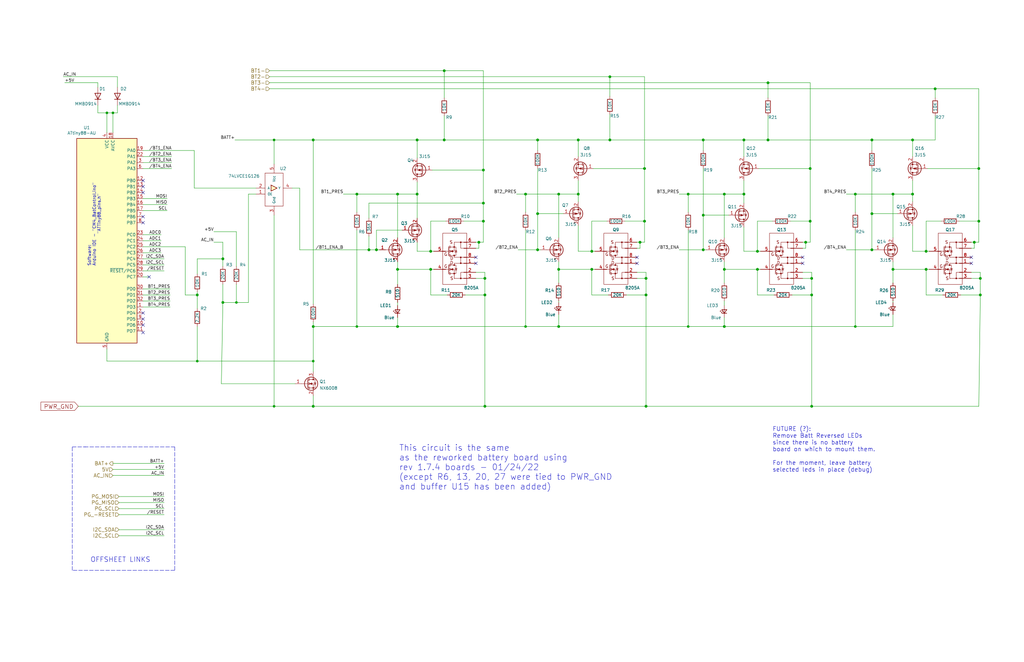
<source format=kicad_sch>
(kicad_sch (version 20211123) (generator eeschema)
  (paper "B")
  (title_block (title "ConnectBox CM4 for China Case") (date "2022-02-17") (rev "1.8.1") (comment 1 "JRA"))
  (junction (at 132.08 171.45) (diameter 1.016))
  (junction (at 93.98 127.635) (diameter 1.016))
  (junction (at 271.78 93.345) (diameter 1.016))
  (junction (at 390.525 106.045) (diameter 1.016))
  (junction (at 272.415 171.45) (diameter 1.016))
  (junction (at 187.325 59.055) (diameter 1.016))
  (junction (at 235.585 81.915) (diameter 1.016))
  (junction (at 313.69 59.055) (diameter 1.016))
  (junction (at 269.875 102.235) (diameter 1.016))
  (junction (at 296.545 105.41) (diameter 1.016))
  (junction (at 257.175 59.055) (diameter 1.016))
  (junction (at 360.68 137.795))
  (junction (at 319.405 106.045) (diameter 1.016))
  (junction (at 412.75 93.345) (diameter 1.016))
  (junction (at 342.265 117.475) (diameter 1.016))
  (junction (at 99.695 127.635))
  (junction (at 323.85 59.055) (diameter 1.016))
  (junction (at 221.615 137.795))
  (junction (at 412.75 71.12) (diameter 1.016))
  (junction (at 203.835 93.345) (diameter 1.016))
  (junction (at 93.98 109.22) (diameter 1.016))
  (junction (at 384.81 59.055) (diameter 1.016))
  (junction (at 272.415 124.46) (diameter 1.016))
  (junction (at 175.895 81.915) (diameter 1.016))
  (junction (at 181.61 113.665) (diameter 1.016))
  (junction (at 155.575 105.41) (diameter 1.016))
  (junction (at 342.265 124.46) (diameter 1.016))
  (junction (at 175.895 59.055) (diameter 1.016))
  (junction (at 226.695 90.17) (diameter 1.016))
  (junction (at 342.265 171.45) (diameter 1.016))
  (junction (at 132.08 152.4))
  (junction (at 305.435 137.795) (diameter 1.016))
  (junction (at 339.725 102.235) (diameter 1.016))
  (junction (at 45.085 47.625))
  (junction (at 158.75 105.41) (diameter 1.016))
  (junction (at 290.195 137.795))
  (junction (at 47.625 47.625))
  (junction (at 235.585 137.795) (diameter 1.016))
  (junction (at 367.665 105.41) (diameter 1.016))
  (junction (at 296.545 59.055) (diameter 1.016))
  (junction (at 305.435 81.915) (diameter 1.016))
  (junction (at 319.405 113.665) (diameter 1.016))
  (junction (at 360.68 81.915) (diameter 1.016))
  (junction (at 83.185 124.46) (diameter 1.016))
  (junction (at 204.47 171.45) (diameter 1.016))
  (junction (at 167.64 137.795) (diameter 1.016))
  (junction (at 341.63 93.345) (diameter 1.016))
  (junction (at 367.665 59.055) (diameter 1.016))
  (junction (at 243.84 59.055) (diameter 1.016))
  (junction (at 323.85 34.925) (diameter 1.016))
  (junction (at 203.835 71.755) (diameter 1.016))
  (junction (at 296.545 90.805) (diameter 1.016))
  (junction (at 305.435 113.665) (diameter 1.016))
  (junction (at 226.695 59.055) (diameter 1.016))
  (junction (at 203.835 85.725) (diameter 1.016))
  (junction (at 384.81 81.915) (diameter 1.016))
  (junction (at 167.64 113.665) (diameter 1.016))
  (junction (at 257.175 32.385) (diameter 1.016))
  (junction (at 271.78 71.12) (diameter 1.016))
  (junction (at 181.61 106.045) (diameter 1.016))
  (junction (at 376.555 81.915) (diameter 1.016))
  (junction (at 115.57 171.45))
  (junction (at 150.495 81.915) (diameter 1.016))
  (junction (at 132.08 137.795) (diameter 1.016))
  (junction (at 390.525 113.665) (diameter 1.016))
  (junction (at 249.555 113.665) (diameter 1.016))
  (junction (at 341.63 71.12) (diameter 1.016))
  (junction (at 132.08 59.055) (diameter 1.016))
  (junction (at 201.93 102.235) (diameter 1.016))
  (junction (at 83.185 152.4))
  (junction (at 413.385 124.46) (diameter 1.016))
  (junction (at 187.325 29.845) (diameter 1.016))
  (junction (at 376.555 113.665) (diameter 1.016))
  (junction (at 243.84 81.915) (diameter 1.016))
  (junction (at 235.585 113.665) (diameter 1.016))
  (junction (at 272.415 117.475) (diameter 1.016))
  (junction (at 115.57 59.055))
  (junction (at 367.665 90.17) (diameter 1.016))
  (junction (at 290.195 81.915) (diameter 1.016))
  (junction (at 167.64 81.915) (diameter 1.016))
  (junction (at 226.695 105.41) (diameter 1.016))
  (junction (at 394.335 37.465) (diameter 1.016))
  (junction (at 410.845 102.235) (diameter 1.016))
  (junction (at 150.495 137.795))
  (junction (at 204.47 117.475) (diameter 1.016))
  (junction (at 313.69 81.915) (diameter 1.016))
  (junction (at 413.385 117.475) (diameter 1.016))
  (junction (at 221.615 81.915) (diameter 1.016))
  (junction (at 249.555 106.045) (diameter 1.016))
  (junction (at 204.47 124.46) (diameter 1.016))
  (no_connect (at 200.66 111.125))
  (no_connect (at 60.325 140.335))
  (no_connect (at 200.66 108.585))
  (no_connect (at 409.575 111.125))
  (no_connect (at 268.605 111.125))
  (no_connect (at 60.325 137.16))
  (no_connect (at 409.575 108.585))
  (no_connect (at 338.455 108.585))
  (no_connect (at 60.325 78.74))
  (no_connect (at 60.325 91.44))
  (no_connect (at 60.325 76.2))
  (no_connect (at 268.605 108.585))
  (no_connect (at 338.455 111.125))
  (no_connect (at 62.865 116.84))
  (no_connect (at 60.325 81.28))
  (no_connect (at 60.325 134.62))
  (no_connect (at 60.325 93.98))
  (no_connect (at 60.325 132.08))
  (wire (pts (xy 99.695 127.635) (xy 104.775 127.635)))
  (wire (pts (xy 60.325 99.06) (xy 67.945 99.06)))
  (wire (pts (xy 175.895 76.835) (xy 175.895 81.915)))
  (polyline (pts (xy 73.66 240.665) (xy 30.48 240.665)) (stroke (width 0) (type dash)))
  (wire (pts (xy 132.08 152.4) (xy 132.08 156.845)))
  (wire (pts (xy 60.325 101.6) (xy 67.945 101.6)))
  (wire (pts (xy 413.385 114.935) (xy 413.385 117.475)))
  (wire (pts (xy 60.325 127) (xy 71.755 127)))
  (wire (pts (xy 155.575 105.41) (xy 158.75 105.41)))
  (wire (pts (xy 376.555 110.49) (xy 376.555 113.665)))
  (wire (pts (xy 305.435 113.665) (xy 305.435 119.38)))
  (wire (pts (xy 167.64 81.915) (xy 175.895 81.915)))
  (wire (pts (xy 93.345 161.925) (xy 93.98 127.635)))
  (wire (pts (xy 123.19 79.375) (xy 126.365 79.375)))
  (wire (pts (xy 155.575 85.725) (xy 203.835 85.725)))
  (wire (pts (xy 155.575 92.075) (xy 155.575 85.725)))
  (wire (pts (xy 83.185 109.22) (xy 93.98 109.22)))
  (wire (pts (xy 268.605 114.935) (xy 272.415 114.935)))
  (wire (pts (xy 167.64 110.49) (xy 167.64 113.665)))
  (wire (pts (xy 62.865 116.84) (xy 60.325 116.84)))
  (wire (pts (xy 83.185 137.795) (xy 83.185 152.4)))
  (wire (pts (xy 333.375 93.345) (xy 341.63 93.345)))
  (wire (pts (xy 175.895 106.045) (xy 181.61 106.045)))
  (wire (pts (xy 341.63 93.345) (xy 341.63 102.235)))
  (wire (pts (xy 338.455 102.235) (xy 339.725 102.235)))
  (wire (pts (xy 338.455 104.775) (xy 339.725 104.775)))
  (wire (pts (xy 338.455 117.475) (xy 342.265 117.475)))
  (wire (pts (xy 132.08 167.005) (xy 132.08 171.45)))
  (wire (pts (xy 235.585 81.915) (xy 235.585 100.33)))
  (wire (pts (xy 391.16 71.12) (xy 412.75 71.12)))
  (wire (pts (xy 413.385 117.475) (xy 413.385 124.46)))
  (wire (pts (xy 60.325 114.3) (xy 69.215 114.3)))
  (wire (pts (xy 296.545 59.055) (xy 296.545 63.5)))
  (wire (pts (xy 150.495 81.915) (xy 150.495 89.535)))
  (wire (pts (xy 221.615 137.795) (xy 235.585 137.795)))
  (wire (pts (xy 45.085 152.4) (xy 83.185 152.4)))
  (wire (pts (xy 356.87 105.41) (xy 367.665 105.41)))
  (wire (pts (xy 60.325 86.36) (xy 70.485 86.36)))
  (wire (pts (xy 113.665 34.925) (xy 323.85 34.925)))
  (wire (pts (xy 323.85 34.925) (xy 341.63 34.925)))
  (wire (pts (xy 341.63 34.925) (xy 341.63 71.12)))
  (wire (pts (xy 249.555 106.045) (xy 250.825 106.045)))
  (wire (pts (xy 235.585 127) (xy 235.585 127.635)))
  (wire (pts (xy 50.165 212.09) (xy 69.215 212.09)))
  (wire (pts (xy 27.305 34.925) (xy 41.275 34.925)))
  (wire (pts (xy 226.695 71.12) (xy 226.695 90.17)))
  (wire (pts (xy 60.325 106.68) (xy 67.945 106.68)))
  (wire (pts (xy 360.68 81.915) (xy 376.555 81.915)))
  (wire (pts (xy 305.435 81.915) (xy 313.69 81.915)))
  (wire (pts (xy 50.165 223.52) (xy 69.215 223.52)))
  (wire (pts (xy 243.84 106.045) (xy 249.555 106.045)))
  (wire (pts (xy 290.195 137.795) (xy 305.435 137.795)))
  (wire (pts (xy 413.385 124.46) (xy 412.75 171.45)))
  (wire (pts (xy 83.185 109.22) (xy 83.185 115.57)))
  (wire (pts (xy 226.695 90.17) (xy 226.695 105.41)))
  (wire (pts (xy 305.435 81.915) (xy 305.435 100.33)))
  (wire (pts (xy 132.08 59.055) (xy 132.08 128.27)))
  (wire (pts (xy 412.75 37.465) (xy 412.75 71.12)))
  (wire (pts (xy 412.75 71.12) (xy 412.75 93.345)))
  (wire (pts (xy 60.325 63.5) (xy 81.915 63.5)))
  (wire (pts (xy 226.695 105.41) (xy 227.965 105.41)))
  (wire (pts (xy 367.665 59.055) (xy 384.81 59.055)))
  (wire (pts (xy 45.085 47.625) (xy 47.625 47.625)))
  (wire (pts (xy 367.665 71.12) (xy 367.665 90.17)))
  (wire (pts (xy 367.665 90.17) (xy 367.665 105.41)))
  (wire (pts (xy 200.66 114.935) (xy 204.47 114.935)))
  (wire (pts (xy 90.17 97.79) (xy 99.695 97.79)))
  (wire (pts (xy 319.405 93.345) (xy 319.405 106.045)))
  (wire (pts (xy 45.085 147.32) (xy 45.085 152.4)))
  (wire (pts (xy 272.415 124.46) (xy 272.415 171.45)))
  (wire (pts (xy 226.695 90.17) (xy 237.49 90.17)))
  (wire (pts (xy 290.195 97.155) (xy 290.195 137.795)))
  (wire (pts (xy 409.575 117.475) (xy 413.385 117.475)))
  (wire (pts (xy 47.625 47.625) (xy 47.625 55.88)))
  (wire (pts (xy 268.605 102.235) (xy 269.875 102.235)))
  (wire (pts (xy 60.325 111.76) (xy 69.215 111.76)))
  (wire (pts (xy 256.54 124.46) (xy 249.555 124.46)))
  (wire (pts (xy 319.405 113.665) (xy 320.675 113.665)))
  (wire (pts (xy 296.545 105.41) (xy 297.815 105.41)))
  (wire (pts (xy 187.325 48.895) (xy 187.325 59.055)))
  (wire (pts (xy 175.895 81.915) (xy 175.895 92.075)))
  (wire (pts (xy 50.165 209.55) (xy 69.215 209.55)))
  (wire (pts (xy 272.415 117.475) (xy 272.415 124.46)))
  (wire (pts (xy 60.325 104.14) (xy 78.105 104.14)))
  (wire (pts (xy 341.63 71.12) (xy 341.63 93.345)))
  (wire (pts (xy 60.325 129.54) (xy 71.755 129.54)))
  (wire (pts (xy 181.61 124.46) (xy 181.61 113.665)))
  (wire (pts (xy 338.455 114.935) (xy 342.265 114.935)))
  (wire (pts (xy 409.575 102.235) (xy 410.845 102.235)))
  (wire (pts (xy 235.585 110.49) (xy 235.585 113.665)))
  (wire (pts (xy 195.58 93.345) (xy 203.835 93.345)))
  (wire (pts (xy 360.68 81.915) (xy 360.68 89.535)))
  (wire (pts (xy 226.695 59.055) (xy 243.84 59.055)))
  (wire (pts (xy 243.84 59.055) (xy 243.84 66.04)))
  (wire (pts (xy 60.325 66.04) (xy 72.39 66.04)))
  (wire (pts (xy 226.695 59.055) (xy 226.695 63.5)))
  (wire (pts (xy 376.555 113.665) (xy 390.525 113.665)))
  (wire (pts (xy 305.435 137.795) (xy 360.68 137.795)))
  (wire (pts (xy 313.69 76.2) (xy 313.69 81.915)))
  (wire (pts (xy 313.69 81.915) (xy 313.69 85.725)))
  (wire (pts (xy 49.53 36.83) (xy 49.53 32.385)))
  (wire (pts (xy 384.81 76.2) (xy 384.81 81.915)))
  (wire (pts (xy 26.67 32.385) (xy 49.53 32.385)))
  (wire (pts (xy 47.625 200.66) (xy 69.215 200.66)))
  (wire (pts (xy 384.81 59.055) (xy 384.81 66.04)))
  (wire (pts (xy 290.195 81.915) (xy 305.435 81.915)))
  (wire (pts (xy 235.585 137.795) (xy 290.195 137.795)))
  (wire (pts (xy 60.325 88.9) (xy 70.485 88.9)))
  (wire (pts (xy 250.19 71.12) (xy 271.78 71.12)))
  (wire (pts (xy 113.665 37.465) (xy 394.335 37.465)))
  (wire (pts (xy 394.335 37.465) (xy 412.75 37.465)))
  (wire (pts (xy 412.75 102.235) (xy 410.845 102.235)))
  (wire (pts (xy 104.775 81.915) (xy 104.775 127.635)))
  (wire (pts (xy 243.84 59.055) (xy 257.175 59.055)))
  (wire (pts (xy 257.175 59.055) (xy 296.545 59.055)))
  (wire (pts (xy 249.555 124.46) (xy 249.555 113.665)))
  (wire (pts (xy 113.665 32.385) (xy 257.175 32.385)))
  (wire (pts (xy 257.175 32.385) (xy 271.78 32.385)))
  (wire (pts (xy 271.78 71.12) (xy 271.78 32.385)))
  (wire (pts (xy 390.525 93.345) (xy 390.525 106.045)))
  (wire (pts (xy 155.575 99.695) (xy 155.575 105.41)))
  (wire (pts (xy 313.69 59.055) (xy 323.85 59.055)))
  (wire (pts (xy 323.85 59.055) (xy 367.665 59.055)))
  (wire (pts (xy 33.02 171.45) (xy 115.57 171.45)))
  (wire (pts (xy 47.625 198.12) (xy 69.215 198.12)))
  (wire (pts (xy 394.335 48.895) (xy 394.335 59.055)))
  (wire (pts (xy 150.495 81.915) (xy 167.64 81.915)))
  (wire (pts (xy 394.335 59.055) (xy 384.81 59.055)))
  (wire (pts (xy 305.435 127) (xy 305.435 128.905)))
  (wire (pts (xy 78.105 104.14) (xy 78.105 124.46)))
  (wire (pts (xy 167.64 113.665) (xy 181.61 113.665)))
  (wire (pts (xy 290.195 81.915) (xy 290.195 89.535)))
  (wire (pts (xy 255.905 93.345) (xy 249.555 93.345)))
  (wire (pts (xy 187.325 29.845) (xy 187.325 41.275)))
  (wire (pts (xy 313.69 95.885) (xy 313.69 106.045)))
  (wire (pts (xy 167.64 127.635) (xy 167.64 128.905)))
  (wire (pts (xy 356.87 81.915) (xy 360.68 81.915)))
  (wire (pts (xy 412.75 93.345) (xy 412.75 102.235)))
  (wire (pts (xy 60.325 124.46) (xy 71.755 124.46)))
  (wire (pts (xy 200.66 117.475) (xy 204.47 117.475)))
  (wire (pts (xy 175.895 102.235) (xy 175.895 106.045)))
  (wire (pts (xy 269.875 102.235) (xy 269.875 104.775)))
  (wire (pts (xy 60.325 109.22) (xy 69.215 109.22)))
  (wire (pts (xy 263.525 93.345) (xy 271.78 93.345)))
  (wire (pts (xy 376.555 81.915) (xy 384.81 81.915)))
  (wire (pts (xy 326.39 124.46) (xy 319.405 124.46)))
  (wire (pts (xy 319.405 124.46) (xy 319.405 113.665)))
  (wire (pts (xy 188.595 124.46) (xy 181.61 124.46)))
  (wire (pts (xy 144.78 81.915) (xy 150.495 81.915)))
  (wire (pts (xy 93.98 127.635) (xy 99.695 127.635)))
  (wire (pts (xy 390.525 106.045) (xy 391.795 106.045)))
  (wire (pts (xy 394.335 37.465) (xy 394.335 41.275)))
  (wire (pts (xy 99.06 59.055) (xy 115.57 59.055)))
  (wire (pts (xy 132.08 59.055) (xy 175.895 59.055)))
  (wire (pts (xy 409.575 114.935) (xy 413.385 114.935)))
  (wire (pts (xy 115.57 90.805) (xy 115.57 171.45)))
  (wire (pts (xy 158.75 97.155) (xy 158.75 105.41)))
  (wire (pts (xy 271.78 93.345) (xy 271.78 102.235)))
  (polyline (pts (xy 30.48 188.595) (xy 36.195 188.595)) (stroke (width 0) (type dash)))
  (wire (pts (xy 271.78 102.235) (xy 269.875 102.235)))
  (wire (pts (xy 243.84 81.915) (xy 235.585 81.915)))
  (wire (pts (xy 243.84 85.09) (xy 243.84 81.915)))
  (wire (pts (xy 286.385 81.915) (xy 290.195 81.915)))
  (wire (pts (xy 115.57 59.055) (xy 115.57 69.215)))
  (wire (pts (xy 132.08 171.45) (xy 115.57 171.45)))
  (wire (pts (xy 264.16 124.46) (xy 272.415 124.46)))
  (wire (pts (xy 360.68 97.155) (xy 360.68 137.795)))
  (wire (pts (xy 249.555 93.345) (xy 249.555 106.045)))
  (wire (pts (xy 221.615 81.915) (xy 235.585 81.915)))
  (wire (pts (xy 203.835 93.345) (xy 203.835 102.235)))
  (wire (pts (xy 342.265 171.45) (xy 412.75 171.45)))
  (polyline (pts (xy 35.56 188.595) (xy 73.66 188.595)) (stroke (width 0) (type dash)))
  (wire (pts (xy 405.13 124.46) (xy 413.385 124.46)))
  (wire (pts (xy 204.47 171.45) (xy 272.415 171.45)))
  (wire (pts (xy 376.555 81.915) (xy 376.555 100.33)))
  (wire (pts (xy 107.95 81.915) (xy 104.775 81.915)))
  (wire (pts (xy 126.365 105.41) (xy 155.575 105.41)))
  (wire (pts (xy 90.17 102.235) (xy 93.98 102.235)))
  (wire (pts (xy 93.98 102.235) (xy 93.98 109.22)))
  (wire (pts (xy 93.98 109.22) (xy 93.98 112.395)))
  (wire (pts (xy 271.78 71.12) (xy 271.78 93.345)))
  (wire (pts (xy 132.08 171.45) (xy 204.47 171.45)))
  (wire (pts (xy 175.895 59.055) (xy 175.895 66.675)))
  (wire (pts (xy 272.415 171.45) (xy 342.265 171.45)))
  (wire (pts (xy 181.61 93.345) (xy 181.61 106.045)))
  (wire (pts (xy 50.165 217.17) (xy 69.215 217.17)))
  (wire (pts (xy 83.185 124.46) (xy 83.185 130.175)))
  (wire (pts (xy 203.835 71.755) (xy 203.835 85.725)))
  (wire (pts (xy 203.835 85.725) (xy 203.835 93.345)))
  (wire (pts (xy 286.385 105.41) (xy 296.545 105.41)))
  (wire (pts (xy 376.555 127) (xy 376.555 127.635)))
  (wire (pts (xy 50.165 214.63) (xy 69.215 214.63)))
  (wire (pts (xy 47.625 195.58) (xy 69.215 195.58)))
  (wire (pts (xy 132.08 137.795) (xy 150.495 137.795)))
  (wire (pts (xy 167.64 133.985) (xy 167.64 137.795)))
  (wire (pts (xy 313.69 59.055) (xy 313.69 66.04)))
  (wire (pts (xy 60.325 68.58) (xy 72.39 68.58)))
  (wire (pts (xy 257.175 32.385) (xy 257.175 40.64)))
  (wire (pts (xy 204.47 114.935) (xy 204.47 117.475)))
  (wire (pts (xy 60.325 83.82) (xy 70.485 83.82)))
  (wire (pts (xy 167.64 113.665) (xy 167.64 120.015)))
  (wire (pts (xy 158.75 105.41) (xy 160.02 105.41)))
  (wire (pts (xy 339.725 102.235) (xy 339.725 104.775)))
  (wire (pts (xy 323.85 34.925) (xy 323.85 41.275)))
  (wire (pts (xy 376.555 132.715) (xy 376.555 137.795)))
  (wire (pts (xy 221.615 81.915) (xy 221.615 89.535)))
  (wire (pts (xy 50.165 226.06) (xy 69.215 226.06)))
  (wire (pts (xy 60.325 121.92) (xy 71.755 121.92)))
  (wire (pts (xy 47.625 47.625) (xy 49.53 47.625)))
  (wire (pts (xy 384.81 95.25) (xy 384.81 106.045)))
  (wire (pts (xy 342.265 124.46) (xy 342.265 171.45)))
  (wire (pts (xy 181.61 106.045) (xy 182.88 106.045)))
  (wire (pts (xy 384.81 81.915) (xy 384.81 85.09)))
  (wire (pts (xy 404.495 93.345) (xy 412.75 93.345)))
  (wire (pts (xy 45.085 47.625) (xy 45.085 55.88)))
  (wire (pts (xy 396.875 93.345) (xy 390.525 93.345)))
  (wire (pts (xy 268.605 104.775) (xy 269.875 104.775)))
  (wire (pts (xy 99.695 97.79) (xy 99.695 112.395)))
  (wire (pts (xy 115.57 59.055) (xy 132.08 59.055)))
  (wire (pts (xy 221.615 97.155) (xy 221.615 137.795)))
  (wire (pts (xy 409.575 104.775) (xy 410.845 104.775)))
  (wire (pts (xy 60.325 71.12) (xy 72.39 71.12)))
  (wire (pts (xy 268.605 117.475) (xy 272.415 117.475)))
  (wire (pts (xy 93.98 120.015) (xy 93.98 127.635)))
  (wire (pts (xy 99.695 127.635) (xy 99.695 120.015)))
  (wire (pts (xy 175.895 59.055) (xy 187.325 59.055)))
  (wire (pts (xy 187.325 59.055) (xy 226.695 59.055)))
  (wire (pts (xy 296.545 90.805) (xy 307.34 90.805)))
  (wire (pts (xy 342.265 117.475) (xy 342.265 124.46)))
  (wire (pts (xy 342.265 114.935) (xy 342.265 117.475)))
  (wire (pts (xy 49.53 44.45) (xy 49.53 47.625)))
  (wire (pts (xy 113.665 29.845) (xy 187.325 29.845)))
  (wire (pts (xy 187.325 29.845) (xy 203.835 29.845)))
  (wire (pts (xy 203.835 29.845) (xy 203.835 71.755)))
  (wire (pts (xy 204.47 124.46) (xy 204.47 171.45)))
  (wire (pts (xy 41.275 36.83) (xy 41.275 34.925)))
  (wire (pts (xy 187.96 93.345) (xy 181.61 93.345)))
  (wire (pts (xy 181.61 113.665) (xy 182.88 113.665)))
  (wire (pts (xy 217.805 81.915) (xy 221.615 81.915)))
  (wire (pts (xy 83.185 152.4) (xy 132.08 152.4)))
  (wire (pts (xy 126.365 79.375) (xy 126.365 105.41)))
  (wire (pts (xy 305.435 110.49) (xy 305.435 113.665)))
  (wire (pts (xy 319.405 106.045) (xy 320.675 106.045)))
  (wire (pts (xy 341.63 102.235) (xy 339.725 102.235)))
  (wire (pts (xy 243.84 95.25) (xy 243.84 106.045)))
  (wire (pts (xy 397.51 124.46) (xy 390.525 124.46)))
  (wire (pts (xy 390.525 124.46) (xy 390.525 113.665)))
  (wire (pts (xy 367.665 105.41) (xy 368.935 105.41)))
  (wire (pts (xy 235.585 113.665) (xy 249.555 113.665)))
  (wire (pts (xy 218.44 105.41) (xy 226.695 105.41)))
  (wire (pts (xy 81.915 79.375) (xy 107.95 79.375)))
  (wire (pts (xy 410.845 102.235) (xy 410.845 104.775)))
  (wire (pts (xy 320.04 71.12) (xy 341.63 71.12)))
  (wire (pts (xy 249.555 113.665) (xy 250.825 113.665)))
  (wire (pts (xy 235.585 113.665) (xy 235.585 119.38)))
  (wire (pts (xy 296.545 59.055) (xy 313.69 59.055)))
  (wire (pts (xy 305.435 133.985) (xy 305.435 137.795)))
  (wire (pts (xy 41.275 47.625) (xy 45.085 47.625)))
  (wire (pts (xy 150.495 137.795) (xy 167.64 137.795)))
  (wire (pts (xy 313.69 106.045) (xy 319.405 106.045)))
  (wire (pts (xy 93.345 161.925) (xy 124.46 161.925)))
  (wire (pts (xy 200.66 102.235) (xy 201.93 102.235)))
  (wire (pts (xy 376.555 113.665) (xy 376.555 119.38)))
  (wire (pts (xy 182.245 71.755) (xy 203.835 71.755)))
  (wire (pts (xy 196.215 124.46) (xy 204.47 124.46)))
  (wire (pts (xy 325.755 93.345) (xy 319.405 93.345)))
  (wire (pts (xy 360.68 137.795) (xy 376.555 137.795)))
  (wire (pts (xy 367.665 59.055) (xy 367.665 63.5)))
  (wire (pts (xy 257.175 48.26) (xy 257.175 59.055)))
  (wire (pts (xy 167.64 81.915) (xy 167.64 100.33)))
  (wire (pts (xy 201.93 102.235) (xy 201.93 104.775)))
  (wire (pts (xy 204.47 117.475) (xy 204.47 124.46)))
  (wire (pts (xy 41.275 44.45) (xy 41.275 47.625)))
  (wire (pts (xy 150.495 97.155) (xy 150.495 137.795)))
  (wire (pts (xy 323.85 48.895) (xy 323.85 59.055)))
  (wire (pts (xy 81.915 63.5) (xy 81.915 79.375)))
  (wire (pts (xy 200.66 104.775) (xy 201.93 104.775)))
  (wire (pts (xy 296.545 71.12) (xy 296.545 90.805)))
  (wire (pts (xy 296.545 90.805) (xy 296.545 105.41)))
  (wire (pts (xy 83.185 124.46) (xy 78.105 124.46)))
  (wire (pts (xy 272.415 114.935) (xy 272.415 117.475)))
  (polyline (pts (xy 73.66 188.595) (xy 73.66 240.665)) (stroke (width 0) (type dash)))
  (wire (pts (xy 203.835 102.235) (xy 201.93 102.235)))
  (wire (pts (xy 158.75 97.155) (xy 169.545 97.155)))
  (polyline (pts (xy 30.48 240.665) (xy 30.48 188.595)) (stroke (width 0) (type dash)))
  (wire (pts (xy 305.435 113.665) (xy 319.405 113.665)))
  (wire (pts (xy 167.64 137.795) (xy 221.615 137.795)))
  (wire (pts (xy 235.585 132.715) (xy 235.585 137.795)))
  (wire (pts (xy 384.81 106.045) (xy 390.525 106.045)))
  (wire (pts (xy 83.185 123.19) (xy 83.185 124.46)))
  (wire (pts (xy 367.665 90.17) (xy 378.46 90.17)))
  (wire (pts (xy 390.525 113.665) (xy 391.795 113.665)))
  (wire (pts (xy 334.01 124.46) (xy 342.265 124.46)))
  (wire (pts (xy 132.08 135.89) (xy 132.08 137.795)))
  (wire (pts (xy 132.08 137.795) (xy 132.08 152.4)))
  (wire (pts (xy 243.84 76.2) (xy 243.84 81.915)))
  (text "This circuit is the same\nas the reworked battery board using\nrev 1.7.4 boards - 01/24/22\n(except R6, 13, 20, 27 were tied to PWR_GND\nand buffer U15 has been added)" (at 168.275 207.01 0) (effects (font (size 2.54 2.54)) (justify left bottom)))
  (text "FUTURE (?):\nRemove Batt Reversed LEDs\nsince there is no battery\nboard on which to mount them.\n\nFor the moment, leave battery\nselected leds in place (debug)" (at 325.755 199.39 0) (effects (font (size 1.778 1.778)) (justify left bottom)))
  (text "Software:\nArduino IDE - \"CM4_BatControl.ino\"\n              \"ATTiny88_pins.h\"" (at 42.545 112.395 90) (effects (font (size 1.27 1.27)) (justify left bottom)))
  (text "OFFSHEET LINKS" (at 38.1 237.49 0) (effects (font (size 2.032 2.032)) (justify left bottom)))
  (label "BT1_PRES" (at 144.78 81.915 180))
  (label "{slash}BT4_ENA" (at 72.39 71.12 180))
  (label "ADC3" (at 67.945 106.68 180))
  (label "{slash}RESET" (at 69.215 114.3 180))
  (label "ADC1" (at 67.945 101.6 180))
  (label "BT3_PRES" (at 286.385 81.915 180))
  (label "BATT+" (at 99.06 59.055 180))
  (label "{slash}BT1_ENA" (at 72.39 63.5 180))
  (label "SCL" (at 69.215 214.63 180))
  (label "MISO" (at 70.485 86.36 180))
  (label "ADC0" (at 67.945 99.06 180))
  (label "{slash}BT4_ENA" (at 356.87 105.41 180))
  (label "{slash}BT1_ENA_B" (at 144.78 105.41 180))
  (label "{slash}BT2_ENA" (at 218.44 105.41 180))
  (label "I2C_SCL" (at 69.215 111.76 180))
  (label "{slash}BT3_ENA" (at 72.39 68.58 180))
  (label "AC_IN" (at 90.17 102.235 180))
  (label "SCL" (at 70.485 88.9 180))
  (label "BT1_PRES" (at 71.755 121.92 180))
  (label "{slash}BT3_ENA" (at 286.385 105.41 180))
  (label "AC_IN" (at 26.67 32.385 0))
  (label "BATT+" (at 69.215 195.58 180))
  (label "{slash}BT2_ENA" (at 72.39 66.04 180))
  (label "+5V" (at 69.215 198.12 180))
  (label "AC_IN" (at 69.215 200.66 180))
  (label "MOSI" (at 69.215 209.55 180))
  (label "MOSI" (at 70.485 83.82 180))
  (label "BT4_PRES" (at 356.87 81.915 180))
  (label "I2C_SCL" (at 69.215 226.06 180))
  (label "ADC2" (at 67.945 104.14 180))
  (label "MISO" (at 69.215 212.09 180))
  (label "{slash}RESET" (at 69.215 217.17 180))
  (label "BT3_PRES" (at 71.755 127 180))
  (label "BT4_PRES" (at 71.755 129.54 180))
  (label "BT2_PRES" (at 71.755 124.46 180))
  (label "I2C_SDA" (at 69.215 223.52 180))
  (label "I2C_SDA" (at 69.215 109.22 180))
  (label "BT2_PRES" (at 217.805 81.915 180))
  (label "+5V" (at 90.17 97.79 180))
  (label "+5V" (at 27.305 34.925 0))
  (global_label "PWR_GND" (shape input) (at 33.02 171.45 180) (effects (font (size 1.778 1.778))) (property "Intersheet References" "${INTERSHEET_REFS}" (effects hide)))
  (hierarchical_label "BT1-" (shape input) (at 113.665 29.845 180) (effects (font (size 1.524 1.524))))
  (hierarchical_label "PG_MISO" (shape input) (at 50.165 212.09 180) (effects (font (size 1.524 1.524))))
  (hierarchical_label "PG_MOSI" (shape input) (at 50.165 209.55 180) (effects (font (size 1.524 1.524))))
  (hierarchical_label "PG_SCL" (shape input) (at 50.165 214.63 180) (effects (font (size 1.524 1.524))))
  (hierarchical_label "AC_IN" (shape input) (at 47.625 200.66 180) (effects (font (size 1.524 1.524))))
  (hierarchical_label "BAT+" (shape output) (at 47.625 195.58 180) (effects (font (size 1.524 1.524))))
  (hierarchical_label "BT3-" (shape input) (at 113.665 34.925 180) (effects (font (size 1.524 1.524))))
  (hierarchical_label "PG_-RESET" (shape input) (at 50.165 217.17 180) (effects (font (size 1.524 1.524))))
  (hierarchical_label "BT4-" (shape input) (at 113.665 37.465 180) (effects (font (size 1.524 1.524))))
  (hierarchical_label "5V" (shape input) (at 47.625 198.12 180) (effects (font (size 1.524 1.524))))
  (hierarchical_label "I2C_SDA" (shape input) (at 50.165 223.52 180) (effects (font (size 1.524 1.524))))
  (hierarchical_label "I2C_SCL" (shape input) (at 50.165 226.06 180) (effects (font (size 1.524 1.524))))
  (hierarchical_label "BT2-" (shape input) (at 113.665 32.385 180) (effects (font (size 1.524 1.524))))
  (symbol (lib_name "8205AV_1") (lib_id "Custom_1:8205AV") (at 403.225 111.125 0) (mirror y) (unit 1)
    (property "Reference" "Q17" (at 400.685 96.9476 0))
    (property "Value" "8205A" (at 407.67 121.4713 0))
    (property "Footprint" "Package_SO:TSSOP-8_4.4x3mm_P0.65mm" (effects hide))
    (property "Datasheet" "https://html.alldatasheet.com/html-pdf/1152898/KIA/8205A/60/1/8205A.html" (effects hide))
  )
  (symbol (lib_id "CustomComponents:Q_PMOS_GSD") (at 316.23 71.12 180) (unit 1)
    (property "Reference" "Q12" (at 318.643 62.5915 0) (effects (justify left)))
    (property "Value" "3J15" (at 319.278 65.3666 0) (effects (justify left)))
    (property "Footprint" "Package_TO_SOT_SMD:SOT-323_SC-70" (effects hide))
    (property "Manufacturer P/N" "SSM3J15FU,LF" (effects hide))
    (property "DigiKey P/N" "SSM3J15FULFCT-ND" (effects hide))
    (property "Manufacturer" "Toshiba" (effects hide))
    (property "Description" "P-Channel 30 V 100mA (Ta) 150mW (Ta) Surface Mount USM" (effects hide))
  )
  (symbol (lib_name "8205AV_1") (lib_id "Custom_1:8205AV") (at 332.105 111.125 0) (mirror y) (unit 1)
    (property "Reference" "Q13" (at 329.565 96.9476 0))
    (property "Value" "8205A" (at 336.55 121.4713 0))
    (property "Footprint" "Package_SO:TSSOP-8_4.4x3mm_P0.65mm" (effects hide))
    (property "Datasheet" "https://html.alldatasheet.com/html-pdf/1152898/KIA/8205A/60/1/8205A.html" (effects hide))
  )
  (symbol (lib_name "8205AV_1") (lib_id "Custom_1:8205AV") (at 194.31 111.125 0) (mirror y) (unit 1)
    (property "Reference" "Q5" (at 191.77 96.9476 0))
    (property "Value" "8205A" (at 198.755 121.4713 0))
    (property "Footprint" "Package_SO:TSSOP-8_4.4x3mm_P0.65mm" (effects hide))
    (property "Datasheet" "https://html.alldatasheet.com/html-pdf/1152898/KIA/8205A/60/1/8205A.html" (effects hide))
  )
  (symbol (lib_id "Device:R") (at 226.695 67.31 0) (unit 1)
    (property "Reference" "R13" (at 228.727 71.755 0))
    (property "Value" "100K" (at 226.695 67.31 90))
    (property "Footprint" "Resistor_SMD:R_0603_1608Metric" (effects hide))
    (property "Manufacturer" "Yageo" (effects hide))
    (property "Manufacturer P/N" "RC0603FR-07100KL" (effects hide))
    (property "Description" "RES SMD 100K OHM 1% 1/8W 0603" (effects hide))
    (property "DigiKey P/N" "311-100KHRCT-ND" (effects hide))
    (property "Type" "SMD" (effects hide))
  )
  (symbol (lib_id "Device:R") (at 394.335 45.085 0) (unit 1)
    (property "Reference" "R27" (at 396.367 49.53 0))
    (property "Value" "10K" (at 394.335 45.085 90))
    (property "Footprint" "Resistor_SMD:R_0603_1608Metric" (effects hide))
    (property "Manufacturer" "Yageo" (effects hide))
    (property "Manufacturer P/N" "RC0603FR-0710KL" (effects hide))
    (property "Description" "RES SMD 10K OHM 1% 1/8W 0603" (effects hide))
    (property "DigiKey P/N" "311-10KHRCT-ND" (effects hide))
    (property "Type" "SMD" (effects hide))
  )
  (symbol (lib_id "CustomComponents:Q_PMOS_GSD") (at 311.15 90.805 0) (mirror x) (unit 1)
    (property "Reference" "Q11" (at 306.832 87.2685 0) (effects (justify left)))
    (property "Value" "3J15" (at 308.102 95.2884 0) (effects (justify left)))
    (property "Footprint" "Package_TO_SOT_SMD:SOT-323_SC-70" (effects hide))
    (property "Manufacturer P/N" "SSM3J15FU,LF" (effects hide))
    (property "DigiKey P/N" "SSM3J15FULFCT-ND" (effects hide))
    (property "Manufacturer" "Toshiba" (effects hide))
    (property "Description" "P-Channel 30 V 100mA (Ta) 150mW (Ta) Surface Mount USM" (effects hide))
  )
  (symbol (lib_id "Device:R") (at 305.435 123.19 0) (unit 1)
    (property "Reference" "R20" (at 301.625 122.555 0))
    (property "Value" "510" (at 305.435 123.19 90))
    (property "Footprint" "Resistor_SMD:R_0603_1608Metric" (effects hide))
    (property "Manufacturer" "Yageo" (effects hide))
    (property "Manufacturer P/N" "RC0603FR-07510RL" (effects hide))
    (property "Description" "RES SMD 510 OHM 1% 1/8W 0603" (effects hide))
    (property "DigiKey P/N" "311-510RHRCT-ND" (effects hide))
    (property "Type" "SMD" (effects hide))
  )
  (symbol (lib_id "CustomComponents:Q_PMOS_GSD") (at 241.3 90.17 0) (mirror x) (unit 1)
    (property "Reference" "Q7" (at 236.982 86.6335 0) (effects (justify left)))
    (property "Value" "3J15" (at 238.252 94.6534 0) (effects (justify left)))
    (property "Footprint" "Package_TO_SOT_SMD:SOT-323_SC-70" (effects hide))
    (property "Manufacturer P/N" "SSM3J15FU,LF" (effects hide))
    (property "DigiKey P/N" "SSM3J15FULFCT-ND" (effects hide))
    (property "Manufacturer" "Toshiba" (effects hide))
    (property "Description" "P-Channel 30 V 100mA (Ta) 150mW (Ta) Surface Mount USM" (effects hide))
  )
  (symbol (lib_id "Device:R") (at 167.64 123.825 0) (unit 1)
    (property "Reference" "R8" (at 163.83 123.19 0))
    (property "Value" "510" (at 167.64 123.825 90))
    (property "Footprint" "Resistor_SMD:R_0603_1608Metric" (effects hide))
    (property "Manufacturer" "Yageo" (effects hide))
    (property "Manufacturer P/N" "RC0603FR-07510RL" (effects hide))
    (property "Description" "RES SMD 1K OHM 1% 1/8W 0603" (effects hide))
    (property "DigiKey P/N" "311-510RHRCT-ND" (effects hide))
    (property "Type" "SMD" (effects hide))
  )
  (symbol (lib_id "Device:R") (at 260.35 124.46 90) (unit 1)
    (property "Reference" "R17" (at 255.27 122.428 90))
    (property "Value" "20K" (at 260.35 124.46 90))
    (property "Footprint" "Resistor_SMD:R_0603_1608Metric" (effects hide))
    (property "Manufacturer" "Yageo" (effects hide))
    (property "Manufacturer P/N" "RC0603FR-0720KL" (effects hide))
    (property "Description" "RES SMD 20K OHM 1% 1/8W 0603" (effects hide))
    (property "DigiKey P/N" "311-20.0KHRCT-ND" (effects hide))
    (property "Type" "SMD" (effects hide))
  )
  (symbol (lib_id "Custom_1:74LVCE1G126") (at 115.57 79.375 0) (unit 1)
    (property "Reference" "U2" (at 119.38 71.12 0))
    (property "Value" "74LVCE1G126" (at 102.87 74.295 0))
    (property "Footprint" "Package_TO_SOT_SMD:SOT-353_SC-70-5" (effects hide))
    (property "Datasheet" "https://www.diodes.com/assets/Datasheets/74LVCE1G126.pdf" (effects hide))
  )
  (symbol (lib_id "CustomComponents:Q_PMOS_GSD") (at 382.27 90.17 0) (mirror x) (unit 1)
    (property "Reference" "Q15" (at 377.952 87.2685 0) (effects (justify left)))
    (property "Value" "3J15" (at 379.222 94.6534 0) (effects (justify left)))
    (property "Footprint" "Package_TO_SOT_SMD:SOT-323_SC-70" (effects hide))
    (property "Manufacturer P/N" "SSM3J15FU,LF" (effects hide))
    (property "DigiKey P/N" "SSM3J15FULFCT-ND" (effects hide))
    (property "Manufacturer" "Toshiba" (effects hide))
    (property "Description" "P-Channel 30 V 100mA (Ta) 150mW (Ta) Surface Mount USM" (effects hide))
  )
  (symbol (lib_id "Device:R") (at 187.325 45.085 0) (unit 1)
    (property "Reference" "R9" (at 189.357 49.53 0))
    (property "Value" "10K" (at 187.325 45.085 90))
    (property "Footprint" "Resistor_SMD:R_0603_1608Metric" (effects hide))
    (property "Manufacturer" "Yageo" (effects hide))
    (property "Manufacturer P/N" "RC0603FR-0710KL" (effects hide))
    (property "Description" "RES SMD 10K OHM 1% 1/8W 0603" (effects hide))
    (property "DigiKey P/N" "311-10KHRCT-ND" (effects hide))
    (property "Type" "SMD" (effects hide))
  )
  (symbol (lib_id "CustomComponents:Q_PMOS_GSD") (at 246.38 71.12 180) (unit 1)
    (property "Reference" "Q8" (at 248.793 62.5915 0) (effects (justify left)))
    (property "Value" "3J15" (at 249.428 65.3666 0) (effects (justify left)))
    (property "Footprint" "Package_TO_SOT_SMD:SOT-323_SC-70" (effects hide))
    (property "Manufacturer P/N" "SSM3J15FU,LF" (effects hide))
    (property "DigiKey P/N" "SSM3J15FULFCT-ND" (effects hide))
    (property "Manufacturer" "Toshiba" (effects hide))
    (property "Description" "P-Channel 30 V 100mA (Ta) 150mW (Ta) Surface Mount USM" (effects hide))
  )
  (symbol (lib_id "Device:Q_NMOS_GSD") (at 129.54 161.925 0) (unit 1)
    (property "Reference" "Q1" (at 134.7471 161.0165 0) (effects (justify left)))
    (property "Value" "NX6008" (at 134.7471 163.7916 0) (effects (justify left)))
    (property "Footprint" "Package_TO_SOT_SMD:SOT-23" (effects hide))
    (property "Manufacturer" "Nexperia" (effects hide))
    (property "Manufacturer P/N" "NX6008NBKR" (effects hide))
    (property "Description" "N-Channel 60 V 270mA (Ta) 270mW (Ta), 1.3W (Tc) Surface Mount TO-236AB" (effects hide))
    (property "DigiKey P/N" "1727-NX6008NBKRCT-ND" (effects hide))
  )
  (symbol (lib_id "Device:R") (at 323.85 45.085 0) (unit 1)
    (property "Reference" "R21" (at 325.882 49.53 0))
    (property "Value" "10K" (at 323.85 45.085 90))
    (property "Footprint" "Resistor_SMD:R_0603_1608Metric" (effects hide))
    (property "Manufacturer" "Yageo" (effects hide))
    (property "Manufacturer P/N" "RC0603FR-0710KL" (effects hide))
    (property "Description" "RES SMD 10K OHM 1% 1/8W 0603" (effects hide))
    (property "DigiKey P/N" "311-10KHRCT-ND" (effects hide))
    (property "Type" "SMD" (effects hide))
  )
  (symbol (lib_id "Device:R") (at 83.185 133.985 0) (unit 1)
    (property "Reference" "R2" (at 85.852 130.175 0))
    (property "Value" "2.2K" (at 83.185 133.985 90))
    (property "Footprint" "Resistor_SMD:R_0603_1608Metric" (effects hide))
    (property "Manufacturer" "Yageo" (effects hide))
    (property "Manufacturer P/N" "RC0603FR-072K2L" (effects hide))
    (property "Description" "RES SMD 2.2K OHM 1% 1/8W 0603" (effects hide))
    (property "DigiKey P/N" "311-2K2HRCT-ND" (effects hide))
    (property "Type" "SMD" (effects hide))
  )
  (symbol (lib_id "Device:R") (at 400.685 93.345 90) (unit 1)
    (property "Reference" "R28" (at 405.13 91.313 90))
    (property "Value" "100K" (at 400.685 93.345 90))
    (property "Footprint" "Resistor_SMD:R_0603_1608Metric" (effects hide))
    (property "Manufacturer" "Yageo" (effects hide))
    (property "Manufacturer P/N" "RC0603FR-07100KL" (effects hide))
    (property "Description" "RES SMD 100K OHM 1% 1/8W 0603" (effects hide))
    (property "DigiKey P/N" "311-100KHRCT-ND" (effects hide))
    (property "Type" "SMD" (effects hide))
  )
  (symbol (lib_id "Device:R") (at 99.695 116.205 0) (unit 1)
    (property "Reference" "R4" (at 102.362 111.76 0))
    (property "Value" "20K" (at 99.695 116.205 90))
    (property "Footprint" "Resistor_SMD:R_0603_1608Metric" (effects hide))
    (property "Manufacturer" "Yageo" (effects hide))
    (property "Manufacturer P/N" "RC0603FR-0720KL" (effects hide))
    (property "Description" "RES SMD 20K OHM 1% 1/8W 0603" (effects hide))
    (property "DigiKey P/N" "311-20.0KHRCT-ND" (effects hide))
    (property "Type" "SMD" (effects hide))
  )
  (symbol (lib_id "MCU_Microchip_ATtiny:ATtiny88-AU") (at 45.085 101.6 0) (unit 1)
    (property "Reference" "U1" (at 37.9729 53.8491 0) (effects (justify right)))
    (property "Value" "ATtiny88-AU" (at 40.5129 56.1478 0) (effects (justify right)))
    (property "Footprint" "Package_QFP:TQFP-32_7x7mm_P0.8mm" (effects hide))
    (property "Datasheet" "http://ww1.microchip.com/downloads/en/DeviceDoc/doc8008.pdf" (effects hide))
    (property "Manufacturer" "Microchip Technology" (effects hide))
    (property "Manufacturer P/N" "ATTINY88-AU" (effects hide))
    (property "Description" "AVR series Microcontroller IC 8-Bit 12MHz 8KB (" (effects hide))
    (property "DigiKey P/N" "ATTINY88-AU-ND" (effects hide))
    (property "Type" "SMD" (effects hide))
  )
  (symbol (lib_id "CustomComponents:Q_PMOS_GSD") (at 387.35 71.12 180) (unit 1)
    (property "Reference" "Q16" (at 389.763 62.5915 0) (effects (justify left)))
    (property "Value" "3J15" (at 390.398 65.3666 0) (effects (justify left)))
    (property "Footprint" "Package_TO_SOT_SMD:SOT-323_SC-70" (effects hide))
    (property "Manufacturer P/N" "SSM3J15FU,LF" (effects hide))
    (property "DigiKey P/N" "SSM3J15FULFCT-ND" (effects hide))
    (property "Manufacturer" "Toshiba" (effects hide))
    (property "Description" "P-Channel 30 V 100mA (Ta) 150mW (Ta) Surface Mount USM" (effects hide))
  )
  (symbol (lib_id "Device:R") (at 296.545 67.31 0) (unit 1)
    (property "Reference" "R19" (at 298.577 71.755 0))
    (property "Value" "100K" (at 296.545 67.31 90))
    (property "Footprint" "Resistor_SMD:R_0603_1608Metric" (effects hide))
    (property "Manufacturer" "Yageo" (effects hide))
    (property "Manufacturer P/N" "RC0603FR-07100KL" (effects hide))
    (property "Description" "RES SMD 100K OHM 1% 1/8W 0603" (effects hide))
    (property "DigiKey P/N" "311-100KHRCT-ND" (effects hide))
    (property "Type" "SMD" (effects hide))
  )
  (symbol (lib_id "Device:LED_Small") (at 167.64 131.445 90) (unit 1)
    (property "Reference" "LED1" (at 165.1 128.905 90) (effects (justify left)))
    (property "Value" "Blue" (at 166.37 133.985 90) (effects (justify left)))
    (property "Footprint" "LED_SMD:LED_0603_1608Metric" (effects hide))
    (property "Manufacturer" "Inolux" (effects hide))
    (property "Manufacturer P/N" "IN-S63BT5B" (effects hide))
    (property "Description" "LED BLUE CLEAR 0603 SMD" (effects hide))
    (property "DigiKey P/N" "1830-1068-1-ND" (effects hide))
    (property "Type" "SMD" (effects hide))
  )
  (symbol (lib_id "Device:LED_Small") (at 235.585 130.175 90) (unit 1)
    (property "Reference" "LED2" (at 233.045 127.635 90) (effects (justify left)))
    (property "Value" "Blue" (at 234.315 132.715 90) (effects (justify left)))
    (property "Footprint" "LED_SMD:LED_0603_1608Metric" (effects hide))
    (property "Manufacturer" "Inolux" (effects hide))
    (property "Manufacturer P/N" "IN-S63BT5B" (effects hide))
    (property "Description" "LED BLUE CLEAR 0603 SMD" (effects hide))
    (property "DigiKey P/N" "1830-1068-1-ND" (effects hide))
    (property "Type" "SMD" (effects hide))
  )
  (symbol (lib_id "Device:R") (at 191.77 93.345 90) (unit 1)
    (property "Reference" "R10" (at 196.215 91.313 90))
    (property "Value" "100K" (at 191.77 93.345 90))
    (property "Footprint" "Resistor_SMD:R_0603_1608Metric" (effects hide))
    (property "Manufacturer" "Yageo" (effects hide))
    (property "Manufacturer P/N" "RC0603FR-07100KL" (effects hide))
    (property "Description" "RES SMD 100K OHM 1% 1/8W 0603" (effects hide))
    (property "DigiKey P/N" "311-100KHRCT-ND" (effects hide))
    (property "Type" "SMD" (effects hide))
  )
  (symbol (lib_id "Device:R") (at 290.195 93.345 0) (unit 1)
    (property "Reference" "R18" (at 292.227 97.79 0))
    (property "Value" "10K" (at 290.195 93.345 90))
    (property "Footprint" "Resistor_SMD:R_0603_1608Metric" (effects hide))
    (property "Manufacturer" "Yageo" (effects hide))
    (property "Manufacturer P/N" "RC0603FR-0710KL" (effects hide))
    (property "Description" "RES SMD 10K OHM 1% 1/8W 0603" (effects hide))
    (property "DigiKey P/N" "311-10KHRCT-ND" (effects hide))
    (property "Type" "SMD" (effects hide))
  )
  (symbol (lib_id "Device:R") (at 192.405 124.46 90) (unit 1)
    (property "Reference" "R11" (at 187.96 122.428 90))
    (property "Value" "20K" (at 192.405 124.46 90))
    (property "Footprint" "Resistor_SMD:R_0603_1608Metric" (effects hide))
    (property "Manufacturer" "Yageo" (effects hide))
    (property "Manufacturer P/N" "RC0603FR-0720KL" (effects hide))
    (property "Description" "RES SMD 20K OHM 1% 1/8W 0603" (effects hide))
    (property "DigiKey P/N" "311-20.0KHRCT-ND" (effects hide))
    (property "Type" "SMD" (effects hide))
  )
  (symbol (lib_id "Device:R") (at 83.185 119.38 180) (unit 1)
    (property "Reference" "R1" (at 86.233 115.57 0))
    (property "Value" "10K" (at 83.185 119.38 90))
    (property "Footprint" "Resistor_SMD:R_0603_1608Metric" (effects hide))
    (property "Manufacturer" "Yageo" (effects hide))
    (property "Manufacturer P/N" "RC0603FR-0710KL" (effects hide))
    (property "Description" "RES SMD 10K OHM 1% 1/8W 0603" (effects hide))
    (property "DigiKey P/N" "311-10.0KHRCT-ND" (effects hide))
    (property "Type" "SMD" (effects hide))
  )
  (symbol (lib_id "Device:R") (at 155.575 95.885 0) (unit 1)
    (property "Reference" "R7" (at 158.242 91.44 0))
    (property "Value" "36K" (at 155.575 95.885 90))
    (property "Footprint" "Resistor_SMD:R_0603_1608Metric" (effects hide))
    (property "Manufacturer" "Yageo" (effects hide))
    (property "Manufacturer P/N" "RC0603FR-0736KL" (effects hide))
    (property "Description" "RES SMD 36K OHM 1% 1/8W 0603" (effects hide))
    (property "DigiKey P/N" "311-36KHRCT-ND" (effects hide))
    (property "Type" "SMD" (effects hide))
  )
  (symbol (lib_id "Device:R") (at 401.32 124.46 90) (unit 1)
    (property "Reference" "R29" (at 396.24 122.428 90))
    (property "Value" "20K" (at 401.32 124.46 90))
    (property "Footprint" "Resistor_SMD:R_0603_1608Metric" (effects hide))
    (property "Manufacturer" "Yageo" (effects hide))
    (property "Manufacturer P/N" "RC0603FR-0720KL" (effects hide))
    (property "Description" "RES SMD 20K OHM 1% 1/8W 0603" (effects hide))
    (property "DigiKey P/N" "311-20.0KHRCT-ND" (effects hide))
    (property "Type" "SMD" (effects hide))
  )
  (symbol (lib_id "Device:Q_PMOS_GSD") (at 165.1 105.41 0) (mirror x) (unit 1)
    (property "Reference" "Q2" (at 160.782 101.3265 0) (effects (justify left)))
    (property "Value" "3J15" (at 162.052 109.8166 0) (effects (justify left)))
    (property "Footprint" "Package_TO_SOT_SMD:SOT-323_SC-70" (effects hide))
    (property "Manufacturer P/N" "SSM3J15FU,LF" (effects hide))
    (property "DigiKey P/N" "SSM3J15FULFCT-ND" (effects hide))
    (property "Manufacturer" "Toshiba" (effects hide))
    (property "Description" "P-Channel 30 V 100mA (Ta) 150mW (Ta) Surface Mount USM" (effects hide))
  )
  (symbol (lib_id "Device:Q_PMOS_GSD") (at 233.045 105.41 0) (mirror x) (unit 1)
    (property "Reference" "Q6" (at 229.997 100.6915 0) (effects (justify left)))
    (property "Value" "3J15" (at 229.997 109.8166 0) (effects (justify left)))
    (property "Footprint" "Package_TO_SOT_SMD:SOT-323_SC-70" (effects hide))
    (property "Manufacturer P/N" "SSM3J15FU,LF" (effects hide))
    (property "DigiKey P/N" "SSM3J15FULFCT-ND" (effects hide))
    (property "Manufacturer" "Toshiba" (effects hide))
    (property "Description" "P-Channel 30 V 100mA (Ta) 150mW (Ta) Surface Mount USM" (effects hide))
  )
  (symbol (lib_id "Device:R") (at 259.715 93.345 90) (unit 1)
    (property "Reference" "R16" (at 264.16 91.313 90))
    (property "Value" "100K" (at 259.715 93.345 90))
    (property "Footprint" "Resistor_SMD:R_0603_1608Metric" (effects hide))
    (property "Manufacturer" "Yageo" (effects hide))
    (property "Manufacturer P/N" "RC0603FR-07100KL" (effects hide))
    (property "Description" "RES SMD 100K OHM 1% 1/8W 0603" (effects hide))
    (property "DigiKey P/N" "311-100KHRCT-ND" (effects hide))
    (property "Type" "SMD" (effects hide))
  )
  (symbol (lib_id "Diode:1N914") (at 41.275 40.64 90) (unit 1)
    (property "Reference" "D1" (at 43.18 37.465 90))
    (property "Value" "MMBD914" (at 36.195 43.815 90))
    (property "Footprint" "Diode_SMD:D_SOT-23_ANK" (effects hide))
    (property "Datasheet" "http://www.vishay.com/docs/85622/1n914.pdf" (effects hide))
    (property "Manufacturer" "ON Semiconductor" (effects hide))
    (property "Manufacturer P/N" "MMBD914LT1G" (effects hide))
    (property "Description" "DIODE GEN PURP 100V 200MA SOT23" (effects hide))
    (property "DigiKey P/N" "MMBD914LT1GOSCT-ND" (effects hide))
    (property "Type" "SMD" (effects hide))
  )
  (symbol (lib_id "CustomComponents:Q_PMOS_GSD") (at 173.355 97.155 0) (mirror x) (unit 1)
    (property "Reference" "Q3" (at 169.037 94.2535 0) (effects (justify left)))
    (property "Value" "3J15" (at 170.307 101.6384 0) (effects (justify left)))
    (property "Footprint" "Package_TO_SOT_SMD:SOT-323_SC-70" (effects hide))
    (property "Manufacturer P/N" "SSM3J15FU,LF" (effects hide))
    (property "DigiKey P/N" "SSM3J15FULFCT-ND" (effects hide))
    (property "Manufacturer" "Toshiba" (effects hide))
    (property "Description" "P-Channel 30 V 100mA (Ta) 150mW (Ta) Surface Mount USM" (effects hide))
  )
  (symbol (lib_id "Device:R") (at 132.08 132.08 0) (unit 1)
    (property "Reference" "R5" (at 129.032 128.27 0))
    (property "Value" "100K" (at 132.08 132.08 90))
    (property "Footprint" "Resistor_SMD:R_0603_1608Metric" (effects hide))
    (property "Manufacturer" "Yageo" (effects hide))
    (property "Manufacturer P/N" "RC0603FR-07100KL" (effects hide))
    (property "Description" "RES SMD 100K OHM 1% 1/8W 0603" (effects hide))
    (property "DigiKey P/N" "311-100KHRCT-ND" (effects hide))
    (property "Type" "SMD" (effects hide))
  )
  (symbol (lib_id "Device:R") (at 376.555 123.19 0) (unit 1)
    (property "Reference" "R26" (at 372.745 122.555 0))
    (property "Value" "510" (at 376.555 123.19 90))
    (property "Footprint" "Resistor_SMD:R_0603_1608Metric" (effects hide))
    (property "Manufacturer" "Yageo" (effects hide))
    (property "Manufacturer P/N" "RC0603FR-07510RL" (effects hide))
    (property "Description" "RES SMD 510 OHM 1% 1/8W 0603" (effects hide))
    (property "DigiKey P/N" "311-510RHRCT-ND" (effects hide))
    (property "Type" "SMD" (effects hide))
  )
  (symbol (lib_id "Device:R") (at 360.68 93.345 0) (unit 1)
    (property "Reference" "R24" (at 362.712 97.79 0))
    (property "Value" "10K" (at 360.68 93.345 90))
    (property "Footprint" "Resistor_SMD:R_0603_1608Metric" (effects hide))
    (property "Manufacturer" "Yageo" (effects hide))
    (property "Manufacturer P/N" "RC0603FR-0710KL" (effects hide))
    (property "Description" "RES SMD 10K OHM 1% 1/8W 0603" (effects hide))
    (property "DigiKey P/N" "311-10KHRCT-ND" (effects hide))
    (property "Type" "SMD" (effects hide))
  )
  (symbol (lib_id "Device:LED_Small") (at 305.435 131.445 90) (unit 1)
    (property "Reference" "LED3" (at 302.895 128.905 90) (effects (justify left)))
    (property "Value" "Blue" (at 304.165 133.985 90) (effects (justify left)))
    (property "Footprint" "LED_SMD:LED_0603_1608Metric" (effects hide))
    (property "Manufacturer" "Inolux" (effects hide))
    (property "Manufacturer P/N" "IN-S63BT5B" (effects hide))
    (property "Description" "LED BLUE CLEAR 0603 SMD" (effects hide))
    (property "DigiKey P/N" "1830-1068-1-ND" (effects hide))
    (property "Type" "SMD" (effects hide))
  )
  (symbol (lib_id "Device:R") (at 257.175 44.45 0) (unit 1)
    (property "Reference" "R15" (at 259.207 48.895 0))
    (property "Value" "10K" (at 257.175 44.45 90))
    (property "Footprint" "Resistor_SMD:R_0603_1608Metric" (effects hide))
    (property "Manufacturer" "Yageo" (effects hide))
    (property "Manufacturer P/N" "RC0603FR-0710KL" (effects hide))
    (property "Description" "RES SMD 10K OHM 1% 1/8W 0603" (effects hide))
    (property "DigiKey P/N" "311-10KHRCT-ND" (effects hide))
    (property "Type" "SMD" (effects hide))
  )
  (symbol (lib_id "Device:Q_PMOS_GSD") (at 374.015 105.41 0) (mirror x) (unit 1)
    (property "Reference" "Q14" (at 369.697 101.9615 0) (effects (justify left)))
    (property "Value" "3J15" (at 370.967 109.8166 0) (effects (justify left)))
    (property "Footprint" "Package_TO_SOT_SMD:SOT-323_SC-70" (effects hide))
    (property "Manufacturer P/N" "SSM3J15FU,LF" (effects hide))
    (property "DigiKey P/N" "SSM3J15FULFCT-ND" (effects hide))
    (property "Manufacturer" "Toshiba" (effects hide))
    (property "Description" "P-Channel 30 V 100mA (Ta) 150mW (Ta) Surface Mount USM" (effects hide))
  )
  (symbol (lib_name "8205AV_1") (lib_id "Custom_1:8205AV") (at 262.255 111.125 0) (mirror y) (unit 1)
    (property "Reference" "Q9" (at 259.715 96.9476 0))
    (property "Value" "8205A" (at 266.7 121.4713 0))
    (property "Footprint" "Package_SO:TSSOP-8_4.4x3mm_P0.65mm" (effects hide))
    (property "Datasheet" "https://html.alldatasheet.com/html-pdf/1152898/KIA/8205A/60/1/8205A.html" (effects hide))
  )
  (symbol (lib_id "Diode:1N914") (at 49.53 40.64 90) (unit 1)
    (property "Reference" "D2" (at 52.07 37.465 90))
    (property "Value" "MMBD914" (at 54.61 43.815 90))
    (property "Footprint" "Diode_SMD:D_SOT-23_ANK" (effects hide))
    (property "Datasheet" "http://www.vishay.com/docs/85622/1n914.pdf" (effects hide))
    (property "Manufacturer" "ON Semiconductor" (effects hide))
    (property "Manufacturer P/N" "MMBD914LT1G" (effects hide))
    (property "Description" "DIODE GEN PURP 100V 200MA SOT23" (effects hide))
    (property "DigiKey P/N" "MMBD914LT1GOSCT-ND" (effects hide))
    (property "Type" "SMD" (effects hide))
  )
  (symbol (lib_id "Device:Q_PMOS_GSD") (at 302.895 105.41 0) (mirror x) (unit 1)
    (property "Reference" "Q10" (at 298.577 101.9615 0) (effects (justify left)))
    (property "Value" "3J15" (at 299.847 109.8166 0) (effects (justify left)))
    (property "Footprint" "Package_TO_SOT_SMD:SOT-323_SC-70" (effects hide))
    (property "Manufacturer P/N" "SSM3J15FU,LF" (effects hide))
    (property "DigiKey P/N" "SSM3J15FULFCT-ND" (effects hide))
    (property "Manufacturer" "Toshiba" (effects hide))
    (property "Description" "P-Channel 30 V 100mA (Ta) 150mW (Ta) Surface Mount USM" (effects hide))
  )
  (symbol (lib_id "Device:R") (at 235.585 123.19 0) (unit 1)
    (property "Reference" "R14" (at 231.775 122.555 0))
    (property "Value" "510" (at 235.585 123.19 90))
    (property "Footprint" "Resistor_SMD:R_0603_1608Metric" (effects hide))
    (property "Manufacturer" "Yageo" (effects hide))
    (property "Manufacturer P/N" "RC0603FR-07510RL" (effects hide))
    (property "Description" "RES SMD 510 OHM 1% 1/8W 0603" (effects hide))
    (property "DigiKey P/N" "311-510RHRCT-ND" (effects hide))
    (property "Type" "SMD" (effects hide))
  )
  (symbol (lib_id "CustomComponents:Q_PMOS_GSD") (at 178.435 71.755 180) (unit 1)
    (property "Reference" "Q4" (at 174.498 67.6715 0) (effects (justify left)))
    (property "Value" "3J15" (at 181.483 66.0016 0) (effects (justify left)))
    (property "Footprint" "Package_TO_SOT_SMD:SOT-323_SC-70" (effects hide))
    (property "Manufacturer P/N" "SSM3J15FU,LF" (effects hide))
    (property "DigiKey P/N" "SSM3J15FULFCT-ND" (effects hide))
    (property "Manufacturer" "Toshiba" (effects hide))
    (property "Description" "P-Channel 30 V 100mA (Ta) 150mW (Ta) Surface Mount USM" (effects hide))
  )
  (symbol (lib_id "Device:R") (at 93.98 116.205 0) (unit 1)
    (property "Reference" "R3" (at 96.647 111.76 0))
    (property "Value" "20K" (at 93.98 116.205 90))
    (property "Footprint" "Resistor_SMD:R_0603_1608Metric" (effects hide))
    (property "Manufacturer" "Yageo" (effects hide))
    (property "Manufacturer P/N" "RC0603FR-0720KL" (effects hide))
    (property "Description" "RES SMD 20K OHM 1% 1/8W 0603" (effects hide))
    (property "DigiKey P/N" "311-20.0KHRCT-ND" (effects hide))
    (property "Type" "SMD" (effects hide))
  )
  (symbol (lib_id "Device:R") (at 329.565 93.345 90) (unit 1)
    (property "Reference" "R22" (at 334.01 91.313 90))
    (property "Value" "100K" (at 329.565 93.345 90))
    (property "Footprint" "Resistor_SMD:R_0603_1608Metric" (effects hide))
    (property "Manufacturer" "Yageo" (effects hide))
    (property "Manufacturer P/N" "RC0603FR-07100KL" (effects hide))
    (property "Description" "RES SMD 100K OHM 1% 1/8W 0603" (effects hide))
    (property "DigiKey P/N" "311-100KHRCT-ND" (effects hide))
    (property "Type" "SMD" (effects hide))
  )
  (symbol (lib_id "Device:LED_Small") (at 376.555 130.175 90) (unit 1)
    (property "Reference" "LED4" (at 374.015 127.635 90) (effects (justify left)))
    (property "Value" "Blue" (at 375.285 132.715 90) (effects (justify left)))
    (property "Footprint" "LED_SMD:LED_0603_1608Metric" (effects hide))
    (property "Manufacturer" "Inolux" (effects hide))
    (property "Manufacturer P/N" "IN-S63BT5B" (effects hide))
    (property "Description" "LED BLUE CLEAR 0603 SMD" (effects hide))
    (property "DigiKey P/N" "1830-1068-1-ND" (effects hide))
    (property "Type" "SMD" (effects hide))
  )
  (symbol (lib_id "Device:R") (at 221.615 93.345 0) (unit 1)
    (property "Reference" "R12" (at 223.647 97.79 0))
    (property "Value" "10K" (at 221.615 93.345 90))
    (property "Footprint" "Resistor_SMD:R_0603_1608Metric" (effects hide))
    (property "Manufacturer" "Yageo" (effects hide))
    (property "Manufacturer P/N" "RC0603FR-0710KL" (effects hide))
    (property "Description" "RES SMD 10K OHM 1% 1/8W 0603" (effects hide))
    (property "DigiKey P/N" "311-10KHRCT-ND" (effects hide))
    (property "Type" "SMD" (effects hide))
  )
  (symbol (lib_id "Device:R") (at 150.495 93.345 0) (unit 1)
    (property "Reference" "R6" (at 152.527 97.79 0))
    (property "Value" "10K" (at 150.495 93.345 90))
    (property "Footprint" "Resistor_SMD:R_0603_1608Metric" (effects hide))
    (property "Manufacturer" "Yageo" (effects hide))
    (property "Manufacturer P/N" "RC0603FR-0710KL" (effects hide))
    (property "Description" "RES SMD 10K OHM 1% 1/8W 0603" (effects hide))
    (property "DigiKey P/N" "311-10KHRCT-ND" (effects hide))
    (property "Type" "SMD" (effects hide))
  )
  (symbol (lib_id "Device:R") (at 330.2 124.46 90) (unit 1)
    (property "Reference" "R23" (at 325.12 122.428 90))
    (property "Value" "20K" (at 330.2 124.46 90))
    (property "Footprint" "Resistor_SMD:R_0603_1608Metric" (effects hide))
    (property "Manufacturer" "Yageo" (effects hide))
    (property "Manufacturer P/N" "RC0603FR-0720KL" (effects hide))
    (property "Description" "RES SMD 20K OHM 1% 1/8W 0603" (effects hide))
    (property "DigiKey P/N" "311-20.0KHRCT-ND" (effects hide))
    (property "Type" "SMD" (effects hide))
  )
  (symbol (lib_id "Device:R") (at 367.665 67.31 0) (unit 1)
    (property "Reference" "R25" (at 369.697 71.755 0))
    (property "Value" "100K" (at 367.665 67.31 90))
    (property "Footprint" "Resistor_SMD:R_0603_1608Metric" (effects hide))
    (property "Manufacturer" "Yageo" (effects hide))
    (property "Manufacturer P/N" "RC0603FR-07100KL" (effects hide))
    (property "Description" "RES SMD 100K OHM 1% 1/8W 0603" (effects hide))
    (property "DigiKey P/N" "311-100KHRCT-ND" (effects hide))
    (property "Type" "SMD" (effects hide))
  )
)
</source>
